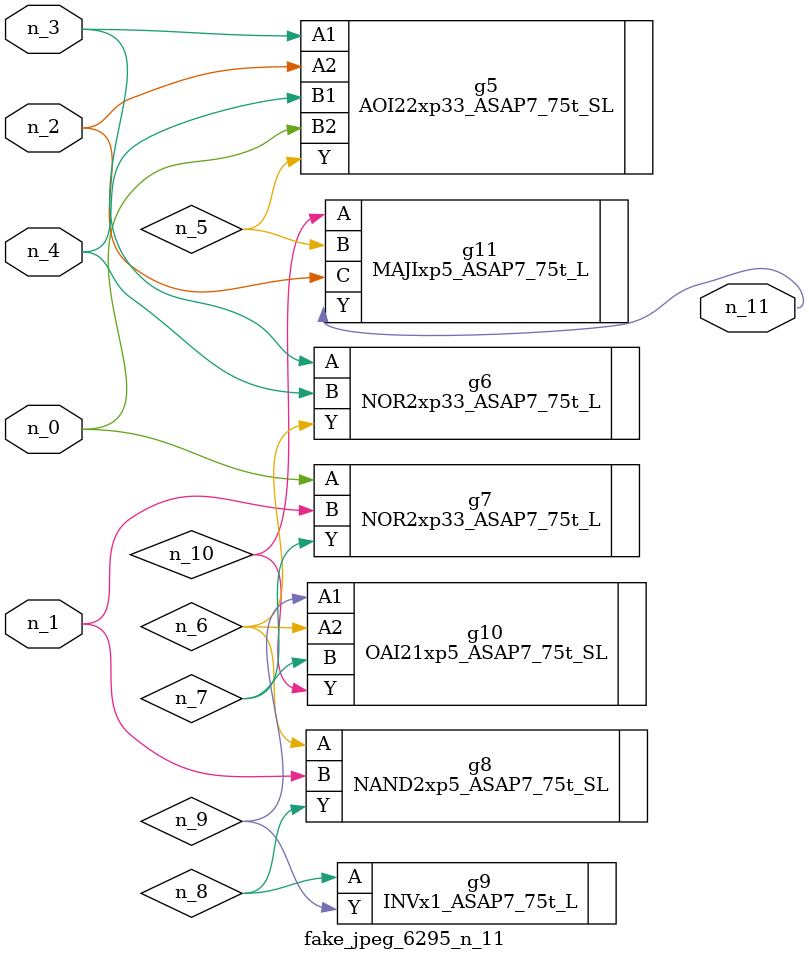
<source format=v>
module fake_jpeg_6295_n_11 (n_3, n_2, n_1, n_0, n_4, n_11);

input n_3;
input n_2;
input n_1;
input n_0;
input n_4;

output n_11;

wire n_10;
wire n_8;
wire n_9;
wire n_6;
wire n_5;
wire n_7;

AOI22xp33_ASAP7_75t_SL g5 ( 
.A1(n_3),
.A2(n_2),
.B1(n_4),
.B2(n_0),
.Y(n_5)
);

NOR2xp33_ASAP7_75t_L g6 ( 
.A(n_3),
.B(n_4),
.Y(n_6)
);

NOR2xp33_ASAP7_75t_L g7 ( 
.A(n_0),
.B(n_1),
.Y(n_7)
);

NAND2xp5_ASAP7_75t_SL g8 ( 
.A(n_6),
.B(n_1),
.Y(n_8)
);

INVx1_ASAP7_75t_L g9 ( 
.A(n_8),
.Y(n_9)
);

OAI21xp5_ASAP7_75t_SL g10 ( 
.A1(n_9),
.A2(n_6),
.B(n_7),
.Y(n_10)
);

MAJIxp5_ASAP7_75t_L g11 ( 
.A(n_10),
.B(n_5),
.C(n_2),
.Y(n_11)
);


endmodule
</source>
